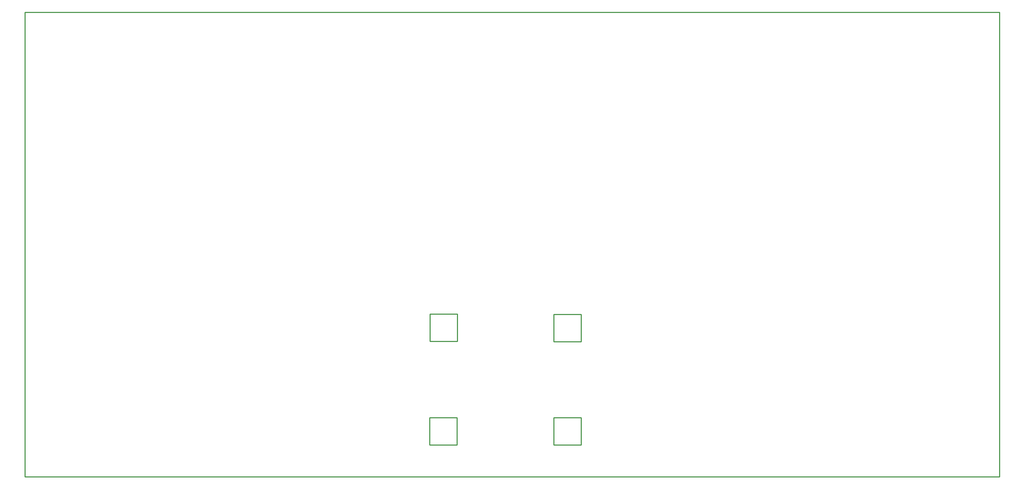
<source format=gko>
G04*
G04 #@! TF.GenerationSoftware,Altium Limited,Altium Designer,20.0.11 (256)*
G04*
G04 Layer_Color=16711935*
%FSLAX25Y25*%
%MOIN*%
G70*
G01*
G75*
%ADD16C,0.01000*%
D16*
X-541239Y-287517D02*
X-515255D01*
Y-313501D02*
Y-287517D01*
X-541239Y-313501D02*
X-515255D01*
X-541239D02*
Y-287517D01*
X-423444Y-313642D02*
Y-287657D01*
Y-313642D02*
X-397460D01*
Y-287657D01*
X-423444D02*
X-397460D01*
X-541554Y-386083D02*
X-515570D01*
Y-412067D02*
Y-386083D01*
X-541554Y-412067D02*
X-515570D01*
X-541554D02*
Y-386083D01*
X-423444Y-412067D02*
Y-386083D01*
Y-412067D02*
X-397460D01*
Y-386083D01*
X-423444D02*
X-397460D01*
X-926200Y-442450D02*
X0D01*
X0Y0D02*
X0Y-442450D01*
X-926200Y0D02*
X0D01*
X-926200D02*
X-926200Y-442450D01*
M02*

</source>
